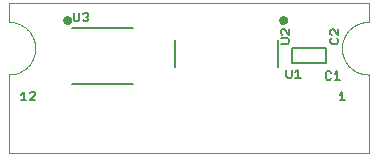
<source format=gto>
G75*
%MOIN*%
%OFA0B0*%
%FSLAX25Y25*%
%IPPOS*%
%LPD*%
%AMOC8*
5,1,8,0,0,1.08239X$1,22.5*
%
%ADD10C,0.00000*%
%ADD11C,0.00500*%
%ADD12C,0.00600*%
%ADD13C,0.00800*%
%ADD14C,0.00010*%
D10*
X0033333Y0005000D02*
X0033333Y0031250D01*
X0033546Y0031253D01*
X0033759Y0031260D01*
X0033972Y0031273D01*
X0034184Y0031291D01*
X0034396Y0031315D01*
X0034607Y0031343D01*
X0034817Y0031377D01*
X0035027Y0031416D01*
X0035236Y0031459D01*
X0035443Y0031508D01*
X0035649Y0031562D01*
X0035854Y0031621D01*
X0036057Y0031685D01*
X0036259Y0031754D01*
X0036459Y0031827D01*
X0036657Y0031906D01*
X0036853Y0031989D01*
X0037047Y0032077D01*
X0037239Y0032170D01*
X0037428Y0032268D01*
X0037615Y0032370D01*
X0037800Y0032476D01*
X0037982Y0032587D01*
X0038161Y0032703D01*
X0038337Y0032822D01*
X0038511Y0032946D01*
X0038681Y0033074D01*
X0038848Y0033207D01*
X0039012Y0033343D01*
X0039172Y0033483D01*
X0039329Y0033627D01*
X0039482Y0033775D01*
X0039632Y0033927D01*
X0039778Y0034082D01*
X0039920Y0034241D01*
X0040059Y0034403D01*
X0040193Y0034568D01*
X0040323Y0034737D01*
X0040449Y0034909D01*
X0040571Y0035084D01*
X0040689Y0035261D01*
X0040802Y0035442D01*
X0040911Y0035625D01*
X0041015Y0035811D01*
X0041115Y0035999D01*
X0041210Y0036190D01*
X0041300Y0036383D01*
X0041386Y0036578D01*
X0041467Y0036775D01*
X0041543Y0036974D01*
X0041614Y0037175D01*
X0041681Y0037377D01*
X0041742Y0037581D01*
X0041798Y0037787D01*
X0041850Y0037994D01*
X0041896Y0038202D01*
X0041937Y0038411D01*
X0041974Y0038621D01*
X0042005Y0038831D01*
X0042031Y0039043D01*
X0042051Y0039255D01*
X0042067Y0039468D01*
X0042077Y0039680D01*
X0042082Y0039893D01*
X0042082Y0040107D01*
X0042077Y0040320D01*
X0042067Y0040532D01*
X0042051Y0040745D01*
X0042031Y0040957D01*
X0042005Y0041169D01*
X0041974Y0041379D01*
X0041937Y0041589D01*
X0041896Y0041798D01*
X0041850Y0042006D01*
X0041798Y0042213D01*
X0041742Y0042419D01*
X0041681Y0042623D01*
X0041614Y0042825D01*
X0041543Y0043026D01*
X0041467Y0043225D01*
X0041386Y0043422D01*
X0041300Y0043617D01*
X0041210Y0043810D01*
X0041115Y0044001D01*
X0041015Y0044189D01*
X0040911Y0044375D01*
X0040802Y0044558D01*
X0040689Y0044739D01*
X0040571Y0044916D01*
X0040449Y0045091D01*
X0040323Y0045263D01*
X0040193Y0045432D01*
X0040059Y0045597D01*
X0039920Y0045759D01*
X0039778Y0045918D01*
X0039632Y0046073D01*
X0039482Y0046225D01*
X0039329Y0046373D01*
X0039172Y0046517D01*
X0039012Y0046657D01*
X0038848Y0046793D01*
X0038681Y0046926D01*
X0038511Y0047054D01*
X0038337Y0047178D01*
X0038161Y0047297D01*
X0037982Y0047413D01*
X0037800Y0047524D01*
X0037615Y0047630D01*
X0037428Y0047732D01*
X0037239Y0047830D01*
X0037047Y0047923D01*
X0036853Y0048011D01*
X0036657Y0048094D01*
X0036459Y0048173D01*
X0036259Y0048246D01*
X0036057Y0048315D01*
X0035854Y0048379D01*
X0035649Y0048438D01*
X0035443Y0048492D01*
X0035236Y0048541D01*
X0035027Y0048584D01*
X0034817Y0048623D01*
X0034607Y0048657D01*
X0034396Y0048685D01*
X0034184Y0048709D01*
X0033972Y0048727D01*
X0033759Y0048740D01*
X0033546Y0048747D01*
X0033333Y0048750D01*
X0033333Y0054961D01*
X0153333Y0055000D01*
X0153333Y0048750D01*
X0153119Y0048754D01*
X0152905Y0048753D01*
X0152691Y0048746D01*
X0152477Y0048735D01*
X0152264Y0048718D01*
X0152051Y0048696D01*
X0151839Y0048668D01*
X0151627Y0048636D01*
X0151416Y0048598D01*
X0151207Y0048556D01*
X0150998Y0048508D01*
X0150790Y0048455D01*
X0150584Y0048397D01*
X0150380Y0048334D01*
X0150177Y0048266D01*
X0149975Y0048193D01*
X0149776Y0048115D01*
X0149578Y0048032D01*
X0149383Y0047944D01*
X0149190Y0047852D01*
X0148999Y0047755D01*
X0148811Y0047653D01*
X0148625Y0047547D01*
X0148441Y0047436D01*
X0148261Y0047321D01*
X0148083Y0047202D01*
X0147909Y0047078D01*
X0147737Y0046950D01*
X0147569Y0046818D01*
X0147404Y0046681D01*
X0147242Y0046541D01*
X0147084Y0046397D01*
X0146929Y0046249D01*
X0146778Y0046097D01*
X0146631Y0045941D01*
X0146488Y0045782D01*
X0146348Y0045620D01*
X0146213Y0045454D01*
X0146081Y0045285D01*
X0145954Y0045113D01*
X0145831Y0044937D01*
X0145713Y0044759D01*
X0145598Y0044578D01*
X0145489Y0044394D01*
X0145384Y0044208D01*
X0145283Y0044019D01*
X0145187Y0043827D01*
X0145096Y0043634D01*
X0145009Y0043438D01*
X0144928Y0043240D01*
X0144851Y0043040D01*
X0144779Y0042838D01*
X0144712Y0042635D01*
X0144650Y0042430D01*
X0144593Y0042224D01*
X0144541Y0042016D01*
X0144495Y0041807D01*
X0144453Y0041597D01*
X0144416Y0041386D01*
X0144385Y0041174D01*
X0144359Y0040962D01*
X0144338Y0040748D01*
X0144322Y0040535D01*
X0144312Y0040321D01*
X0144307Y0040107D01*
X0144307Y0039893D01*
X0144312Y0039679D01*
X0144322Y0039465D01*
X0144338Y0039252D01*
X0144359Y0039038D01*
X0144385Y0038826D01*
X0144416Y0038614D01*
X0144453Y0038403D01*
X0144495Y0038193D01*
X0144541Y0037984D01*
X0144593Y0037776D01*
X0144650Y0037570D01*
X0144712Y0037365D01*
X0144779Y0037162D01*
X0144851Y0036960D01*
X0144928Y0036760D01*
X0145009Y0036562D01*
X0145096Y0036366D01*
X0145187Y0036173D01*
X0145283Y0035981D01*
X0145384Y0035792D01*
X0145489Y0035606D01*
X0145598Y0035422D01*
X0145713Y0035241D01*
X0145831Y0035063D01*
X0145954Y0034887D01*
X0146081Y0034715D01*
X0146213Y0034546D01*
X0146348Y0034380D01*
X0146488Y0034218D01*
X0146631Y0034059D01*
X0146778Y0033903D01*
X0146929Y0033751D01*
X0147084Y0033603D01*
X0147242Y0033459D01*
X0147404Y0033319D01*
X0147569Y0033182D01*
X0147737Y0033050D01*
X0147909Y0032922D01*
X0148083Y0032798D01*
X0148261Y0032679D01*
X0148441Y0032564D01*
X0148625Y0032453D01*
X0148811Y0032347D01*
X0148999Y0032245D01*
X0149190Y0032148D01*
X0149383Y0032056D01*
X0149578Y0031968D01*
X0149776Y0031885D01*
X0149975Y0031807D01*
X0150177Y0031734D01*
X0150380Y0031666D01*
X0150584Y0031603D01*
X0150790Y0031545D01*
X0150998Y0031492D01*
X0151207Y0031444D01*
X0151416Y0031402D01*
X0151627Y0031364D01*
X0151839Y0031332D01*
X0152051Y0031304D01*
X0152264Y0031282D01*
X0152477Y0031265D01*
X0152691Y0031254D01*
X0152905Y0031247D01*
X0153119Y0031246D01*
X0153333Y0031250D01*
X0153333Y0005000D01*
X0033333Y0005000D01*
D11*
X0037333Y0022750D02*
X0039135Y0022750D01*
X0038234Y0022750D02*
X0038234Y0025452D01*
X0037333Y0024552D01*
X0040280Y0025002D02*
X0040730Y0025452D01*
X0041631Y0025452D01*
X0042081Y0025002D01*
X0042081Y0024552D01*
X0040280Y0022750D01*
X0042081Y0022750D01*
X0055462Y0049000D02*
X0056363Y0049000D01*
X0056813Y0049450D01*
X0056813Y0051702D01*
X0057958Y0051252D02*
X0058409Y0051702D01*
X0059309Y0051702D01*
X0059760Y0051252D01*
X0059760Y0050802D01*
X0059309Y0050351D01*
X0059760Y0049901D01*
X0059760Y0049450D01*
X0059309Y0049000D01*
X0058409Y0049000D01*
X0057958Y0049450D01*
X0058859Y0050351D02*
X0059309Y0050351D01*
X0055462Y0049000D02*
X0055012Y0049450D01*
X0055012Y0051702D01*
X0123931Y0045851D02*
X0123931Y0044950D01*
X0124381Y0044500D01*
X0123931Y0045851D02*
X0124381Y0046302D01*
X0124832Y0046302D01*
X0126633Y0044500D01*
X0126633Y0046302D01*
X0126183Y0043355D02*
X0123931Y0043355D01*
X0123931Y0041553D02*
X0126183Y0041553D01*
X0126633Y0042004D01*
X0126633Y0042905D01*
X0126183Y0043355D01*
X0127625Y0040059D02*
X0127625Y0034941D01*
X0139042Y0034941D01*
X0139042Y0040059D01*
X0127625Y0040059D01*
X0140381Y0041950D02*
X0140831Y0041500D01*
X0142633Y0041500D01*
X0143083Y0041950D01*
X0143083Y0042851D01*
X0142633Y0043302D01*
X0140831Y0043302D02*
X0140381Y0042851D01*
X0140381Y0041950D01*
X0140831Y0044447D02*
X0140381Y0044897D01*
X0140381Y0045798D01*
X0140831Y0046248D01*
X0141282Y0046248D01*
X0143083Y0044447D01*
X0143083Y0046248D01*
X0129663Y0032877D02*
X0129663Y0030175D01*
X0130563Y0030175D02*
X0128762Y0030175D01*
X0127617Y0030625D02*
X0127617Y0032877D01*
X0128762Y0031977D02*
X0129663Y0032877D01*
X0125815Y0032877D02*
X0125815Y0030625D01*
X0126266Y0030175D01*
X0127166Y0030175D01*
X0127617Y0030625D01*
X0138940Y0030000D02*
X0139391Y0029550D01*
X0140291Y0029550D01*
X0140742Y0030000D01*
X0141887Y0029550D02*
X0143688Y0029550D01*
X0142788Y0029550D02*
X0142788Y0032252D01*
X0141887Y0031352D01*
X0140742Y0031802D02*
X0140291Y0032252D01*
X0139391Y0032252D01*
X0138940Y0031802D01*
X0138940Y0030000D01*
X0143583Y0024552D02*
X0144484Y0025452D01*
X0144484Y0022750D01*
X0143583Y0022750D02*
X0145385Y0022750D01*
D12*
X0123033Y0033650D02*
X0123033Y0042750D01*
X0124480Y0048189D02*
X0124766Y0048134D01*
X0125057Y0048155D01*
X0125333Y0048250D01*
X0125575Y0048413D01*
X0125766Y0048634D01*
X0125894Y0048896D01*
X0125949Y0049183D01*
X0125929Y0049474D01*
X0125833Y0049750D01*
X0125670Y0049992D01*
X0125449Y0050183D01*
X0125187Y0050311D01*
X0124900Y0050366D01*
X0124609Y0050345D01*
X0124333Y0050250D01*
X0124092Y0050087D01*
X0123900Y0049866D01*
X0123773Y0049604D01*
X0123717Y0049317D01*
X0123738Y0049026D01*
X0123833Y0048750D01*
X0123997Y0048508D01*
X0124217Y0048317D01*
X0124480Y0048189D01*
X0124030Y0048479D02*
X0125632Y0048479D01*
X0125929Y0049078D02*
X0123734Y0049078D01*
X0123808Y0049676D02*
X0125859Y0049676D01*
X0125260Y0050275D02*
X0124406Y0050275D01*
X0088633Y0042750D02*
X0088633Y0033650D01*
D13*
X0074582Y0028201D02*
X0054485Y0028201D01*
X0054485Y0046799D02*
X0074582Y0046799D01*
D14*
X0053931Y0049133D02*
X0051486Y0049133D01*
X0051487Y0049125D02*
X0053930Y0049125D01*
X0053929Y0049116D02*
X0051487Y0049116D01*
X0051488Y0049107D02*
X0053928Y0049107D01*
X0053927Y0049099D02*
X0051489Y0049099D01*
X0051490Y0049097D02*
X0051582Y0048833D01*
X0051731Y0048596D01*
X0051929Y0048398D01*
X0052166Y0048249D01*
X0052430Y0048156D01*
X0052708Y0048125D01*
X0052986Y0048156D01*
X0053251Y0048249D01*
X0053488Y0048398D01*
X0053686Y0048596D01*
X0053835Y0048833D01*
X0053927Y0049097D01*
X0053958Y0049375D01*
X0053927Y0049653D01*
X0053835Y0049917D01*
X0053686Y0050154D01*
X0053488Y0050352D01*
X0053251Y0050501D01*
X0052986Y0050594D01*
X0052708Y0050625D01*
X0052430Y0050594D01*
X0052166Y0050501D01*
X0051929Y0050352D01*
X0051731Y0050154D01*
X0051582Y0049917D01*
X0051490Y0049653D01*
X0051458Y0049375D01*
X0051490Y0049097D01*
X0051492Y0049090D02*
X0053925Y0049090D01*
X0053922Y0049082D02*
X0051495Y0049082D01*
X0051498Y0049073D02*
X0053919Y0049073D01*
X0053916Y0049065D02*
X0051501Y0049065D01*
X0051504Y0049056D02*
X0053913Y0049056D01*
X0053910Y0049048D02*
X0051507Y0049048D01*
X0051510Y0049039D02*
X0053907Y0049039D01*
X0053904Y0049031D02*
X0051513Y0049031D01*
X0051516Y0049022D02*
X0053901Y0049022D01*
X0053898Y0049014D02*
X0051519Y0049014D01*
X0051522Y0049005D02*
X0053895Y0049005D01*
X0053892Y0048997D02*
X0051525Y0048997D01*
X0051528Y0048988D02*
X0053889Y0048988D01*
X0053886Y0048980D02*
X0051531Y0048980D01*
X0051534Y0048971D02*
X0053883Y0048971D01*
X0053880Y0048963D02*
X0051537Y0048963D01*
X0051540Y0048954D02*
X0053877Y0048954D01*
X0053874Y0048946D02*
X0051543Y0048946D01*
X0051546Y0048937D02*
X0053871Y0048937D01*
X0053868Y0048929D02*
X0051549Y0048929D01*
X0051551Y0048920D02*
X0053865Y0048920D01*
X0053862Y0048912D02*
X0051554Y0048912D01*
X0051557Y0048903D02*
X0053859Y0048903D01*
X0053856Y0048895D02*
X0051560Y0048895D01*
X0051563Y0048886D02*
X0053853Y0048886D01*
X0053850Y0048878D02*
X0051566Y0048878D01*
X0051569Y0048869D02*
X0053847Y0048869D01*
X0053844Y0048861D02*
X0051572Y0048861D01*
X0051575Y0048852D02*
X0053841Y0048852D01*
X0053838Y0048844D02*
X0051578Y0048844D01*
X0051581Y0048835D02*
X0053835Y0048835D01*
X0053831Y0048827D02*
X0051586Y0048827D01*
X0051591Y0048818D02*
X0053825Y0048818D01*
X0053820Y0048809D02*
X0051597Y0048809D01*
X0051602Y0048801D02*
X0053815Y0048801D01*
X0053809Y0048792D02*
X0051607Y0048792D01*
X0051613Y0048784D02*
X0053804Y0048784D01*
X0053799Y0048775D02*
X0051618Y0048775D01*
X0051623Y0048767D02*
X0053793Y0048767D01*
X0053788Y0048758D02*
X0051629Y0048758D01*
X0051634Y0048750D02*
X0053783Y0048750D01*
X0053777Y0048741D02*
X0051639Y0048741D01*
X0051645Y0048733D02*
X0053772Y0048733D01*
X0053766Y0048724D02*
X0051650Y0048724D01*
X0051655Y0048716D02*
X0053761Y0048716D01*
X0053756Y0048707D02*
X0051661Y0048707D01*
X0051666Y0048699D02*
X0053750Y0048699D01*
X0053745Y0048690D02*
X0051672Y0048690D01*
X0051677Y0048682D02*
X0053740Y0048682D01*
X0053734Y0048673D02*
X0051682Y0048673D01*
X0051688Y0048665D02*
X0053729Y0048665D01*
X0053724Y0048656D02*
X0051693Y0048656D01*
X0051698Y0048648D02*
X0053718Y0048648D01*
X0053713Y0048639D02*
X0051704Y0048639D01*
X0051709Y0048631D02*
X0053708Y0048631D01*
X0053702Y0048622D02*
X0051714Y0048622D01*
X0051720Y0048614D02*
X0053697Y0048614D01*
X0053692Y0048605D02*
X0051725Y0048605D01*
X0051730Y0048597D02*
X0053686Y0048597D01*
X0053678Y0048588D02*
X0051739Y0048588D01*
X0051747Y0048580D02*
X0053670Y0048580D01*
X0053661Y0048571D02*
X0051756Y0048571D01*
X0051764Y0048563D02*
X0053653Y0048563D01*
X0053644Y0048554D02*
X0051773Y0048554D01*
X0051781Y0048546D02*
X0053636Y0048546D01*
X0053627Y0048537D02*
X0051790Y0048537D01*
X0051798Y0048529D02*
X0053619Y0048529D01*
X0053610Y0048520D02*
X0051807Y0048520D01*
X0051815Y0048512D02*
X0053602Y0048512D01*
X0053593Y0048503D02*
X0051824Y0048503D01*
X0051832Y0048494D02*
X0053584Y0048494D01*
X0053576Y0048486D02*
X0051841Y0048486D01*
X0051849Y0048477D02*
X0053567Y0048477D01*
X0053559Y0048469D02*
X0051858Y0048469D01*
X0051866Y0048460D02*
X0053550Y0048460D01*
X0053542Y0048452D02*
X0051875Y0048452D01*
X0051883Y0048443D02*
X0053533Y0048443D01*
X0053525Y0048435D02*
X0051892Y0048435D01*
X0051900Y0048426D02*
X0053516Y0048426D01*
X0053508Y0048418D02*
X0051909Y0048418D01*
X0051917Y0048409D02*
X0053499Y0048409D01*
X0053491Y0048401D02*
X0051926Y0048401D01*
X0051938Y0048392D02*
X0053479Y0048392D01*
X0053466Y0048384D02*
X0051951Y0048384D01*
X0051965Y0048375D02*
X0053452Y0048375D01*
X0053438Y0048367D02*
X0051978Y0048367D01*
X0051992Y0048358D02*
X0053425Y0048358D01*
X0053411Y0048350D02*
X0052005Y0048350D01*
X0052019Y0048341D02*
X0053398Y0048341D01*
X0053384Y0048333D02*
X0052032Y0048333D01*
X0052046Y0048324D02*
X0053371Y0048324D01*
X0053357Y0048316D02*
X0052059Y0048316D01*
X0052073Y0048307D02*
X0053344Y0048307D01*
X0053330Y0048299D02*
X0052087Y0048299D01*
X0052100Y0048290D02*
X0053317Y0048290D01*
X0053303Y0048282D02*
X0052114Y0048282D01*
X0052127Y0048273D02*
X0053289Y0048273D01*
X0053276Y0048265D02*
X0052141Y0048265D01*
X0052154Y0048256D02*
X0053262Y0048256D01*
X0053247Y0048248D02*
X0052169Y0048248D01*
X0052194Y0048239D02*
X0053223Y0048239D01*
X0053199Y0048231D02*
X0052218Y0048231D01*
X0052242Y0048222D02*
X0053174Y0048222D01*
X0053150Y0048214D02*
X0052267Y0048214D01*
X0052291Y0048205D02*
X0053126Y0048205D01*
X0053101Y0048197D02*
X0052315Y0048197D01*
X0052340Y0048188D02*
X0053077Y0048188D01*
X0053053Y0048179D02*
X0052364Y0048179D01*
X0052388Y0048171D02*
X0053028Y0048171D01*
X0053004Y0048162D02*
X0052413Y0048162D01*
X0052451Y0048154D02*
X0052965Y0048154D01*
X0052890Y0048145D02*
X0052527Y0048145D01*
X0052603Y0048137D02*
X0052814Y0048137D01*
X0052738Y0048128D02*
X0052678Y0048128D01*
X0051485Y0049142D02*
X0053932Y0049142D01*
X0053933Y0049150D02*
X0051484Y0049150D01*
X0051483Y0049159D02*
X0053934Y0049159D01*
X0053935Y0049167D02*
X0051482Y0049167D01*
X0051481Y0049176D02*
X0053936Y0049176D01*
X0053937Y0049184D02*
X0051480Y0049184D01*
X0051479Y0049193D02*
X0053938Y0049193D01*
X0053939Y0049201D02*
X0051478Y0049201D01*
X0051477Y0049210D02*
X0053940Y0049210D01*
X0053941Y0049218D02*
X0051476Y0049218D01*
X0051475Y0049227D02*
X0053942Y0049227D01*
X0053943Y0049235D02*
X0051474Y0049235D01*
X0051473Y0049244D02*
X0053944Y0049244D01*
X0053944Y0049252D02*
X0051472Y0049252D01*
X0051471Y0049261D02*
X0053945Y0049261D01*
X0053946Y0049269D02*
X0051470Y0049269D01*
X0051469Y0049278D02*
X0053947Y0049278D01*
X0053948Y0049286D02*
X0051468Y0049286D01*
X0051467Y0049295D02*
X0053949Y0049295D01*
X0053950Y0049303D02*
X0051466Y0049303D01*
X0051465Y0049312D02*
X0053951Y0049312D01*
X0053952Y0049320D02*
X0051464Y0049320D01*
X0051464Y0049329D02*
X0053953Y0049329D01*
X0053954Y0049337D02*
X0051463Y0049337D01*
X0051462Y0049346D02*
X0053955Y0049346D01*
X0053956Y0049354D02*
X0051461Y0049354D01*
X0051460Y0049363D02*
X0053957Y0049363D01*
X0053958Y0049371D02*
X0051459Y0049371D01*
X0051459Y0049380D02*
X0053958Y0049380D01*
X0053957Y0049388D02*
X0051460Y0049388D01*
X0051461Y0049397D02*
X0053956Y0049397D01*
X0053955Y0049405D02*
X0051462Y0049405D01*
X0051463Y0049414D02*
X0053954Y0049414D01*
X0053953Y0049422D02*
X0051464Y0049422D01*
X0051465Y0049431D02*
X0053952Y0049431D01*
X0053951Y0049440D02*
X0051466Y0049440D01*
X0051467Y0049448D02*
X0053950Y0049448D01*
X0053949Y0049457D02*
X0051468Y0049457D01*
X0051468Y0049465D02*
X0053948Y0049465D01*
X0053947Y0049474D02*
X0051469Y0049474D01*
X0051470Y0049482D02*
X0053946Y0049482D01*
X0053945Y0049491D02*
X0051471Y0049491D01*
X0051472Y0049499D02*
X0053944Y0049499D01*
X0053943Y0049508D02*
X0051473Y0049508D01*
X0051474Y0049516D02*
X0053942Y0049516D01*
X0053941Y0049525D02*
X0051475Y0049525D01*
X0051476Y0049533D02*
X0053941Y0049533D01*
X0053940Y0049542D02*
X0051477Y0049542D01*
X0051478Y0049550D02*
X0053939Y0049550D01*
X0053938Y0049559D02*
X0051479Y0049559D01*
X0051480Y0049567D02*
X0053937Y0049567D01*
X0053936Y0049576D02*
X0051481Y0049576D01*
X0051482Y0049584D02*
X0053935Y0049584D01*
X0053934Y0049593D02*
X0051483Y0049593D01*
X0051484Y0049601D02*
X0053933Y0049601D01*
X0053932Y0049610D02*
X0051485Y0049610D01*
X0051486Y0049618D02*
X0053931Y0049618D01*
X0053930Y0049627D02*
X0051487Y0049627D01*
X0051488Y0049635D02*
X0053929Y0049635D01*
X0053928Y0049644D02*
X0051489Y0049644D01*
X0051490Y0049652D02*
X0053927Y0049652D01*
X0053924Y0049661D02*
X0051492Y0049661D01*
X0051495Y0049669D02*
X0053921Y0049669D01*
X0053918Y0049678D02*
X0051498Y0049678D01*
X0051501Y0049686D02*
X0053915Y0049686D01*
X0053912Y0049695D02*
X0051504Y0049695D01*
X0051507Y0049703D02*
X0053909Y0049703D01*
X0053906Y0049712D02*
X0051510Y0049712D01*
X0051513Y0049720D02*
X0053903Y0049720D01*
X0053900Y0049729D02*
X0051516Y0049729D01*
X0051519Y0049737D02*
X0053897Y0049737D01*
X0053895Y0049746D02*
X0051522Y0049746D01*
X0051525Y0049755D02*
X0053892Y0049755D01*
X0053889Y0049763D02*
X0051528Y0049763D01*
X0051531Y0049772D02*
X0053886Y0049772D01*
X0053883Y0049780D02*
X0051534Y0049780D01*
X0051537Y0049789D02*
X0053880Y0049789D01*
X0053877Y0049797D02*
X0051540Y0049797D01*
X0051543Y0049806D02*
X0053874Y0049806D01*
X0053871Y0049814D02*
X0051546Y0049814D01*
X0051549Y0049823D02*
X0053868Y0049823D01*
X0053865Y0049831D02*
X0051552Y0049831D01*
X0051555Y0049840D02*
X0053862Y0049840D01*
X0053859Y0049848D02*
X0051558Y0049848D01*
X0051561Y0049857D02*
X0053856Y0049857D01*
X0053853Y0049865D02*
X0051564Y0049865D01*
X0051567Y0049874D02*
X0053850Y0049874D01*
X0053847Y0049882D02*
X0051570Y0049882D01*
X0051573Y0049891D02*
X0053844Y0049891D01*
X0053841Y0049899D02*
X0051576Y0049899D01*
X0051579Y0049908D02*
X0053838Y0049908D01*
X0053835Y0049916D02*
X0051582Y0049916D01*
X0051587Y0049925D02*
X0053830Y0049925D01*
X0053825Y0049933D02*
X0051592Y0049933D01*
X0051598Y0049942D02*
X0053819Y0049942D01*
X0053814Y0049950D02*
X0051603Y0049950D01*
X0051608Y0049959D02*
X0053808Y0049959D01*
X0053803Y0049967D02*
X0051614Y0049967D01*
X0051619Y0049976D02*
X0053798Y0049976D01*
X0053792Y0049984D02*
X0051624Y0049984D01*
X0051630Y0049993D02*
X0053787Y0049993D01*
X0053782Y0050001D02*
X0051635Y0050001D01*
X0051640Y0050010D02*
X0053776Y0050010D01*
X0053771Y0050018D02*
X0051646Y0050018D01*
X0051651Y0050027D02*
X0053766Y0050027D01*
X0053760Y0050035D02*
X0051656Y0050035D01*
X0051662Y0050044D02*
X0053755Y0050044D01*
X0053750Y0050053D02*
X0051667Y0050053D01*
X0051672Y0050061D02*
X0053744Y0050061D01*
X0053739Y0050070D02*
X0051678Y0050070D01*
X0051683Y0050078D02*
X0053734Y0050078D01*
X0053728Y0050087D02*
X0051688Y0050087D01*
X0051694Y0050095D02*
X0053723Y0050095D01*
X0053718Y0050104D02*
X0051699Y0050104D01*
X0051704Y0050112D02*
X0053712Y0050112D01*
X0053707Y0050121D02*
X0051710Y0050121D01*
X0051715Y0050129D02*
X0053701Y0050129D01*
X0053696Y0050138D02*
X0051721Y0050138D01*
X0051726Y0050146D02*
X0053691Y0050146D01*
X0053685Y0050155D02*
X0051731Y0050155D01*
X0051740Y0050163D02*
X0053677Y0050163D01*
X0053668Y0050172D02*
X0051748Y0050172D01*
X0051757Y0050180D02*
X0053660Y0050180D01*
X0053651Y0050189D02*
X0051765Y0050189D01*
X0051774Y0050197D02*
X0053643Y0050197D01*
X0053634Y0050206D02*
X0051782Y0050206D01*
X0051791Y0050214D02*
X0053626Y0050214D01*
X0053617Y0050223D02*
X0051799Y0050223D01*
X0051808Y0050231D02*
X0053609Y0050231D01*
X0053600Y0050240D02*
X0051816Y0050240D01*
X0051825Y0050248D02*
X0053592Y0050248D01*
X0053583Y0050257D02*
X0051834Y0050257D01*
X0051842Y0050265D02*
X0053575Y0050265D01*
X0053566Y0050274D02*
X0051851Y0050274D01*
X0051859Y0050282D02*
X0053558Y0050282D01*
X0053549Y0050291D02*
X0051868Y0050291D01*
X0051876Y0050299D02*
X0053541Y0050299D01*
X0053532Y0050308D02*
X0051885Y0050308D01*
X0051893Y0050316D02*
X0053524Y0050316D01*
X0053515Y0050325D02*
X0051902Y0050325D01*
X0051910Y0050333D02*
X0053507Y0050333D01*
X0053498Y0050342D02*
X0051919Y0050342D01*
X0051927Y0050350D02*
X0053489Y0050350D01*
X0053477Y0050359D02*
X0051940Y0050359D01*
X0051953Y0050368D02*
X0053463Y0050368D01*
X0053450Y0050376D02*
X0051967Y0050376D01*
X0051980Y0050385D02*
X0053436Y0050385D01*
X0053423Y0050393D02*
X0051994Y0050393D01*
X0052007Y0050402D02*
X0053409Y0050402D01*
X0053396Y0050410D02*
X0052021Y0050410D01*
X0052035Y0050419D02*
X0053382Y0050419D01*
X0053369Y0050427D02*
X0052048Y0050427D01*
X0052062Y0050436D02*
X0053355Y0050436D01*
X0053342Y0050444D02*
X0052075Y0050444D01*
X0052089Y0050453D02*
X0053328Y0050453D01*
X0053314Y0050461D02*
X0052102Y0050461D01*
X0052116Y0050470D02*
X0053301Y0050470D01*
X0053287Y0050478D02*
X0052129Y0050478D01*
X0052143Y0050487D02*
X0053274Y0050487D01*
X0053260Y0050495D02*
X0052156Y0050495D01*
X0052173Y0050504D02*
X0053243Y0050504D01*
X0053219Y0050512D02*
X0052198Y0050512D01*
X0052222Y0050521D02*
X0053195Y0050521D01*
X0053170Y0050529D02*
X0052246Y0050529D01*
X0052271Y0050538D02*
X0053146Y0050538D01*
X0053122Y0050546D02*
X0052295Y0050546D01*
X0052319Y0050555D02*
X0053097Y0050555D01*
X0053073Y0050563D02*
X0052344Y0050563D01*
X0052368Y0050572D02*
X0053049Y0050572D01*
X0053024Y0050580D02*
X0052392Y0050580D01*
X0052417Y0050589D02*
X0053000Y0050589D01*
X0052953Y0050597D02*
X0052463Y0050597D01*
X0052539Y0050606D02*
X0052878Y0050606D01*
X0052802Y0050614D02*
X0052614Y0050614D01*
X0052690Y0050623D02*
X0052727Y0050623D01*
M02*

</source>
